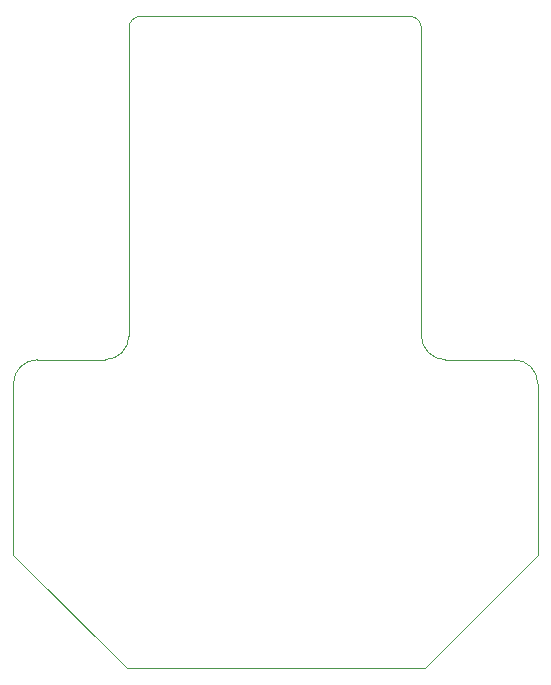
<source format=gbr>
%TF.GenerationSoftware,KiCad,Pcbnew,(5.1.10-1-10_14)*%
%TF.CreationDate,2021-07-13T06:28:44-07:00*%
%TF.ProjectId,Synapse,53796e61-7073-4652-9e6b-696361645f70,rev?*%
%TF.SameCoordinates,Original*%
%TF.FileFunction,Paste,Bot*%
%TF.FilePolarity,Positive*%
%FSLAX46Y46*%
G04 Gerber Fmt 4.6, Leading zero omitted, Abs format (unit mm)*
G04 Created by KiCad (PCBNEW (5.1.10-1-10_14)) date 2021-07-13 06:28:44*
%MOMM*%
%LPD*%
G01*
G04 APERTURE LIST*
%TA.AperFunction,Profile*%
%ADD10C,0.050000*%
%TD*%
G04 APERTURE END LIST*
D10*
X163474400Y-75285600D02*
X173050200Y-65684400D01*
X138277600Y-75285600D02*
X128651000Y-65684400D01*
X171018200Y-49149000D02*
G75*
G02*
X173050200Y-51181000I0J-2032000D01*
G01*
X128651000Y-51181000D02*
G75*
G02*
X130683000Y-49149000I2032000J0D01*
G01*
X163195000Y-47117000D02*
X163195000Y-21082000D01*
X138430000Y-47117000D02*
X138430000Y-21082000D01*
X165227000Y-49149000D02*
X171018200Y-49149000D01*
X136398000Y-49149000D02*
X130683000Y-49149000D01*
X165227000Y-49149000D02*
G75*
G02*
X163195000Y-47117000I0J2032000D01*
G01*
X138430000Y-47117000D02*
G75*
G02*
X136398000Y-49149000I-2032000J0D01*
G01*
X139446000Y-20066000D02*
X162179000Y-20066000D01*
X128651000Y-65684400D02*
X128651000Y-51181000D01*
X163474400Y-75285600D02*
X138277600Y-75285600D01*
X173050200Y-51181000D02*
X173050200Y-65684400D01*
X162179000Y-20066000D02*
G75*
G02*
X163195000Y-21082000I0J-1016000D01*
G01*
X138430000Y-21082000D02*
G75*
G02*
X139446000Y-20066000I1016000J0D01*
G01*
M02*

</source>
